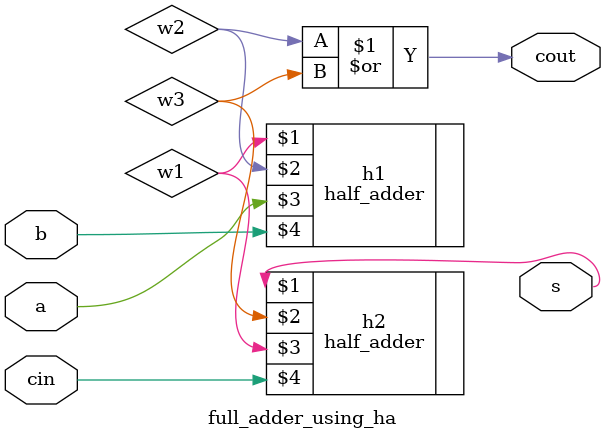
<source format=v>
`timescale 1ns / 1ps
module full_adder_using_ha(s,cout,a,b,cin);
input a,b,cin;
output s,cout;
wire w1,w2,w3;
half_adder h1(w1,w2,a,b);
half_adder h2(s,w3,w1,cin);
or o1 (cout,w2,w3);
endmodule

</source>
